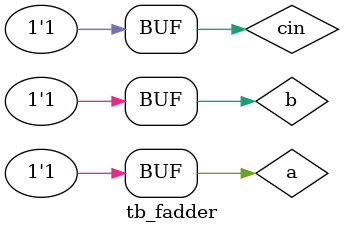
<source format=v>
`timescale 1ns / 1ps
`include "fadder.v"

module tb_fadder;

reg a,b,cin;
wire s,cout;

fadder ans(a,b,cin,s,cout);

initial
	 begin
	 $monitor("a=%b b=%b cin=%b | s=%b cout=%b",a,b,cin,s,cout);
	 end

initial
 begin
 #0 a=1'b0;b=1'b0;cin=1'b0;
 #4 a=1'b1;b=1'b0;cin=1'b0;
 #4 a=1'b0;b=1'b1;cin=1'b0;
 #4 a=1'b1;b=1'b1;cin=1'b0;
 #4 a=1'b0;b=1'b0;cin=1'b1;
 #4 a=1'b1;b=1'b0;cin=1'b1;
 #4 a=1'b0;b=1'b1;cin=1'b1;
 #4 a=1'b1;b=1'b1;cin=1'b1;
 end
endmodule
</source>
